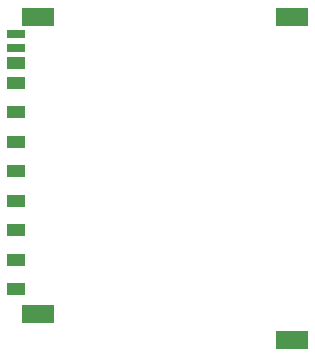
<source format=gbr>
%TF.GenerationSoftware,KiCad,Pcbnew,(5.1.9)-1*%
%TF.CreationDate,2021-09-06T15:07:46-04:00*%
%TF.ProjectId,PCB Heater,50434220-4865-4617-9465-722e6b696361,rev?*%
%TF.SameCoordinates,Original*%
%TF.FileFunction,Paste,Bot*%
%TF.FilePolarity,Positive*%
%FSLAX46Y46*%
G04 Gerber Fmt 4.6, Leading zero omitted, Abs format (unit mm)*
G04 Created by KiCad (PCBNEW (5.1.9)-1) date 2021-09-06 15:07:46*
%MOMM*%
%LPD*%
G01*
G04 APERTURE LIST*
%ADD10R,2.800000X1.500000*%
%ADD11R,1.500000X0.700000*%
%ADD12R,1.500000X1.000000*%
G04 APERTURE END LIST*
D10*
%TO.C,J4*%
X209535000Y-67630000D03*
X231035000Y-67630000D03*
X231035000Y-94930000D03*
X209535000Y-92730000D03*
D11*
X207735000Y-69025000D03*
X207735000Y-70225000D03*
D12*
X207735000Y-90655000D03*
X207735000Y-71525000D03*
X207735000Y-73225000D03*
X207735000Y-75655000D03*
X207735000Y-78155000D03*
X207735000Y-80655000D03*
X207735000Y-83155000D03*
X207735000Y-85655000D03*
X207735000Y-88155000D03*
%TD*%
M02*

</source>
